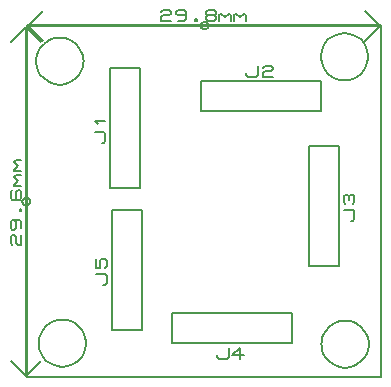
<source format=gbr>
G04 PROTEUS GERBER X2 FILE*
%TF.GenerationSoftware,Labcenter,Proteus,8.12-SP2-Build31155*%
%TF.CreationDate,2022-11-22T16:10:00+00:00*%
%TF.FileFunction,Legend,Top*%
%TF.FilePolarity,Positive*%
%TF.Part,Single*%
%TF.SameCoordinates,{c16a8dad-42be-4f3a-a876-1634d5cf0ecb}*%
%FSLAX45Y45*%
%MOMM*%
G01*
%TA.AperFunction,Material*%
%ADD19C,0.203200*%
%TA.AperFunction,Profile*%
%ADD14C,0.203200*%
%TA.AperFunction,NonMaterial*%
%ADD15C,0.203200*%
%TD.AperFunction*%
D19*
X-3467460Y+722500D02*
X-3213460Y+722500D01*
X-3213460Y+1738500D01*
X-3467460Y+1738500D01*
X-3467460Y+722500D01*
X-3538580Y+1103500D02*
X-3523340Y+1103500D01*
X-3508100Y+1119375D01*
X-3508100Y+1182875D01*
X-3523340Y+1198750D01*
X-3599540Y+1198750D01*
X-3569060Y+1262250D02*
X-3599540Y+1294000D01*
X-3508100Y+1294000D01*
D14*
X-4173220Y-872240D02*
X-1177400Y-872240D01*
X-1177400Y+2100300D01*
X-4173220Y+2100300D01*
X-4173220Y-872240D01*
X-3693980Y+1798520D02*
X-3694640Y+1814759D01*
X-3700005Y+1847239D01*
X-3711205Y+1879719D01*
X-3729429Y+1912199D01*
X-3757296Y+1944525D01*
X-3789776Y+1969229D01*
X-3822256Y+1985217D01*
X-3854736Y+1994632D01*
X-3887216Y+1998406D01*
X-3893980Y+1998520D01*
X-4093980Y+1798520D02*
X-4093320Y+1814759D01*
X-4087955Y+1847239D01*
X-4076755Y+1879719D01*
X-4058531Y+1912199D01*
X-4030664Y+1944525D01*
X-3998184Y+1969229D01*
X-3965704Y+1985217D01*
X-3933224Y+1994632D01*
X-3900744Y+1998406D01*
X-3893980Y+1998520D01*
X-4093980Y+1798520D02*
X-4093320Y+1782281D01*
X-4087955Y+1749801D01*
X-4076755Y+1717321D01*
X-4058531Y+1684841D01*
X-4030664Y+1652515D01*
X-3998184Y+1627811D01*
X-3965704Y+1611823D01*
X-3933224Y+1602408D01*
X-3900744Y+1598634D01*
X-3893980Y+1598520D01*
X-3693980Y+1798520D02*
X-3694640Y+1782281D01*
X-3700005Y+1749801D01*
X-3711205Y+1717321D01*
X-3729429Y+1684841D01*
X-3757296Y+1652515D01*
X-3789776Y+1627811D01*
X-3822256Y+1611823D01*
X-3854736Y+1602408D01*
X-3887216Y+1598634D01*
X-3893980Y+1598520D01*
X-1284580Y+1835660D02*
X-1285240Y+1851899D01*
X-1290605Y+1884379D01*
X-1301805Y+1916859D01*
X-1320029Y+1949339D01*
X-1347896Y+1981665D01*
X-1380376Y+2006369D01*
X-1412856Y+2022357D01*
X-1445336Y+2031772D01*
X-1477816Y+2035546D01*
X-1484580Y+2035660D01*
X-1684580Y+1835660D02*
X-1683920Y+1851899D01*
X-1678555Y+1884379D01*
X-1667355Y+1916859D01*
X-1649131Y+1949339D01*
X-1621264Y+1981665D01*
X-1588784Y+2006369D01*
X-1556304Y+2022357D01*
X-1523824Y+2031772D01*
X-1491344Y+2035546D01*
X-1484580Y+2035660D01*
X-1684580Y+1835660D02*
X-1683920Y+1819421D01*
X-1678555Y+1786941D01*
X-1667355Y+1754461D01*
X-1649131Y+1721981D01*
X-1621264Y+1689655D01*
X-1588784Y+1664951D01*
X-1556304Y+1648963D01*
X-1523824Y+1639548D01*
X-1491344Y+1635774D01*
X-1484580Y+1635660D01*
X-1284580Y+1835660D02*
X-1285240Y+1819421D01*
X-1290605Y+1786941D01*
X-1301805Y+1754461D01*
X-1320029Y+1721981D01*
X-1347896Y+1689655D01*
X-1380376Y+1664951D01*
X-1412856Y+1648963D01*
X-1445336Y+1639548D01*
X-1477816Y+1635774D01*
X-1484580Y+1635660D01*
X-3673980Y-590780D02*
X-3674640Y-574541D01*
X-3680005Y-542061D01*
X-3691205Y-509581D01*
X-3709429Y-477101D01*
X-3737296Y-444775D01*
X-3769776Y-420071D01*
X-3802256Y-404083D01*
X-3834736Y-394668D01*
X-3867216Y-390894D01*
X-3873980Y-390780D01*
X-4073980Y-590780D02*
X-4073320Y-574541D01*
X-4067955Y-542061D01*
X-4056755Y-509581D01*
X-4038531Y-477101D01*
X-4010664Y-444775D01*
X-3978184Y-420071D01*
X-3945704Y-404083D01*
X-3913224Y-394668D01*
X-3880744Y-390894D01*
X-3873980Y-390780D01*
X-4073980Y-590780D02*
X-4073320Y-607019D01*
X-4067955Y-639499D01*
X-4056755Y-671979D01*
X-4038531Y-704459D01*
X-4010664Y-736785D01*
X-3978184Y-761489D01*
X-3945704Y-777477D01*
X-3913224Y-786892D01*
X-3880744Y-790666D01*
X-3873980Y-790780D01*
X-3673980Y-590780D02*
X-3674640Y-607019D01*
X-3680005Y-639499D01*
X-3691205Y-671979D01*
X-3709429Y-704459D01*
X-3737296Y-736785D01*
X-3769776Y-761489D01*
X-3802256Y-777477D01*
X-3834736Y-786892D01*
X-3867216Y-790666D01*
X-3873980Y-790780D01*
X-1279660Y-598400D02*
X-1280320Y-582161D01*
X-1285685Y-549681D01*
X-1296885Y-517201D01*
X-1315109Y-484721D01*
X-1342976Y-452395D01*
X-1375456Y-427691D01*
X-1407936Y-411703D01*
X-1440416Y-402288D01*
X-1472896Y-398514D01*
X-1479660Y-398400D01*
X-1679660Y-598400D02*
X-1679000Y-582161D01*
X-1673635Y-549681D01*
X-1662435Y-517201D01*
X-1644211Y-484721D01*
X-1616344Y-452395D01*
X-1583864Y-427691D01*
X-1551384Y-411703D01*
X-1518904Y-402288D01*
X-1486424Y-398514D01*
X-1479660Y-398400D01*
X-1679660Y-598400D02*
X-1679000Y-614639D01*
X-1673635Y-647119D01*
X-1662435Y-679599D01*
X-1644211Y-712079D01*
X-1616344Y-744405D01*
X-1583864Y-769109D01*
X-1551384Y-785097D01*
X-1518904Y-794512D01*
X-1486424Y-798286D01*
X-1479660Y-798400D01*
X-1279660Y-598400D02*
X-1280320Y-614639D01*
X-1285685Y-647119D01*
X-1296885Y-679599D01*
X-1315109Y-712079D01*
X-1342976Y-744405D01*
X-1375456Y-769109D01*
X-1407936Y-785097D01*
X-1440416Y-794512D01*
X-1472896Y-798286D01*
X-1479660Y-798400D01*
D19*
X-2697000Y+1373000D02*
X-1681000Y+1373000D01*
X-1681000Y+1627000D01*
X-2697000Y+1627000D01*
X-2697000Y+1373000D01*
X-2316000Y+1698120D02*
X-2316000Y+1682880D01*
X-2300125Y+1667640D01*
X-2236625Y+1667640D01*
X-2220750Y+1682880D01*
X-2220750Y+1759080D01*
X-2173125Y+1743840D02*
X-2157250Y+1759080D01*
X-2109625Y+1759080D01*
X-2093750Y+1743840D01*
X-2093750Y+1728600D01*
X-2109625Y+1713360D01*
X-2157250Y+1713360D01*
X-2173125Y+1698120D01*
X-2173125Y+1667640D01*
X-2093750Y+1667640D01*
X-1787000Y+65000D02*
X-1533000Y+65000D01*
X-1533000Y+1081000D01*
X-1787000Y+1081000D01*
X-1787000Y+65000D01*
X-1431400Y+446000D02*
X-1416160Y+446000D01*
X-1400920Y+461875D01*
X-1400920Y+525375D01*
X-1416160Y+541250D01*
X-1492360Y+541250D01*
X-1477120Y+588875D02*
X-1492360Y+604750D01*
X-1492360Y+652375D01*
X-1477120Y+668250D01*
X-1461880Y+668250D01*
X-1446640Y+652375D01*
X-1431400Y+668250D01*
X-1416160Y+668250D01*
X-1400920Y+652375D01*
X-1400920Y+604750D01*
X-1416160Y+588875D01*
X-1446640Y+620625D02*
X-1446640Y+652375D01*
X-2941779Y-591619D02*
X-1925779Y-591619D01*
X-1925779Y-337619D01*
X-2941779Y-337619D01*
X-2941779Y-591619D01*
X-2560779Y-693219D02*
X-2560779Y-708459D01*
X-2544904Y-723699D01*
X-2481404Y-723699D01*
X-2465529Y-708459D01*
X-2465529Y-632259D01*
X-2338529Y-693219D02*
X-2433779Y-693219D01*
X-2370279Y-632259D01*
X-2370279Y-723699D01*
X-3457000Y-477000D02*
X-3203000Y-477000D01*
X-3203000Y+539000D01*
X-3457000Y+539000D01*
X-3457000Y-477000D01*
X-3528120Y-96000D02*
X-3512880Y-96000D01*
X-3497640Y-80125D01*
X-3497640Y-16625D01*
X-3512880Y-750D01*
X-3589080Y-750D01*
X-3589080Y+126250D02*
X-3589080Y+46875D01*
X-3558600Y+46875D01*
X-3558600Y+110375D01*
X-3543360Y+126250D01*
X-3512880Y+126250D01*
X-3497640Y+110375D01*
X-3497640Y+62750D01*
X-3512880Y+46875D01*
D15*
X-4180000Y-870000D02*
X-4180000Y+2090000D01*
X-4180000Y-870000D02*
X-4053000Y-743000D01*
X-4180000Y-870000D02*
X-4307000Y-743000D01*
X-4180000Y+2090000D02*
X-4307000Y+1963000D01*
X-4180000Y+2090000D02*
X-4053000Y+1963000D01*
X-4148250Y+610000D02*
X-4148359Y+612634D01*
X-4149249Y+617903D01*
X-4151111Y+623172D01*
X-4154154Y+628441D01*
X-4158809Y+633643D01*
X-4164078Y+637469D01*
X-4169347Y+639909D01*
X-4174616Y+641290D01*
X-4179885Y+641750D01*
X-4180000Y+641750D01*
X-4211750Y+610000D02*
X-4211641Y+612634D01*
X-4210751Y+617903D01*
X-4208889Y+623172D01*
X-4205846Y+628441D01*
X-4201191Y+633643D01*
X-4195922Y+637469D01*
X-4190653Y+639909D01*
X-4185384Y+641290D01*
X-4180115Y+641750D01*
X-4180000Y+641750D01*
X-4211750Y+610000D02*
X-4211641Y+607366D01*
X-4210751Y+602097D01*
X-4208889Y+596828D01*
X-4205846Y+591559D01*
X-4201191Y+586357D01*
X-4195922Y+582531D01*
X-4190653Y+580091D01*
X-4185384Y+578710D01*
X-4180115Y+578250D01*
X-4180000Y+578250D01*
X-4148250Y+610000D02*
X-4148359Y+607366D01*
X-4149249Y+602097D01*
X-4151111Y+596828D01*
X-4154154Y+591559D01*
X-4158809Y+586357D01*
X-4164078Y+582531D01*
X-4169347Y+580091D01*
X-4174616Y+578710D01*
X-4179885Y+578250D01*
X-4180000Y+578250D01*
X-4296840Y+244875D02*
X-4312080Y+260750D01*
X-4312080Y+308375D01*
X-4296840Y+324250D01*
X-4281600Y+324250D01*
X-4266360Y+308375D01*
X-4266360Y+260750D01*
X-4251120Y+244875D01*
X-4220640Y+244875D01*
X-4220640Y+324250D01*
X-4281600Y+451250D02*
X-4266360Y+435375D01*
X-4266360Y+387750D01*
X-4281600Y+371875D01*
X-4296840Y+371875D01*
X-4312080Y+387750D01*
X-4312080Y+435375D01*
X-4296840Y+451250D01*
X-4235880Y+451250D01*
X-4220640Y+435375D01*
X-4220640Y+387750D01*
X-4235880Y+530625D02*
X-4235880Y+546500D01*
X-4220640Y+546500D01*
X-4220640Y+530625D01*
X-4235880Y+530625D01*
X-4296840Y+705250D02*
X-4312080Y+689375D01*
X-4312080Y+641750D01*
X-4296840Y+625875D01*
X-4235880Y+625875D01*
X-4220640Y+641750D01*
X-4220640Y+689375D01*
X-4235880Y+705250D01*
X-4251120Y+705250D01*
X-4266360Y+689375D01*
X-4266360Y+625875D01*
X-4220640Y+737000D02*
X-4281600Y+737000D01*
X-4266360Y+737000D02*
X-4281600Y+752875D01*
X-4251120Y+784625D01*
X-4281600Y+816375D01*
X-4266360Y+832250D01*
X-4220640Y+832250D01*
X-4220640Y+864000D02*
X-4281600Y+864000D01*
X-4266360Y+864000D02*
X-4281600Y+879875D01*
X-4251120Y+911625D01*
X-4281600Y+943375D01*
X-4266360Y+959250D01*
X-4220640Y+959250D01*
X-1180000Y+2100000D02*
X-4160000Y+2100000D01*
X-1180000Y+2100000D02*
X-1307000Y+2227000D01*
X-1180000Y+2100000D02*
X-1307000Y+1973000D01*
X-4160000Y+2100000D02*
X-4033000Y+1973000D01*
X-4160000Y+2100000D02*
X-4033000Y+2227000D01*
X-2638250Y+2100000D02*
X-2638359Y+2102634D01*
X-2639249Y+2107903D01*
X-2641111Y+2113172D01*
X-2644154Y+2118441D01*
X-2648809Y+2123643D01*
X-2654078Y+2127469D01*
X-2659347Y+2129909D01*
X-2664616Y+2131290D01*
X-2669885Y+2131750D01*
X-2670000Y+2131750D01*
X-2701750Y+2100000D02*
X-2701641Y+2102634D01*
X-2700751Y+2107903D01*
X-2698889Y+2113172D01*
X-2695846Y+2118441D01*
X-2691191Y+2123643D01*
X-2685922Y+2127469D01*
X-2680653Y+2129909D01*
X-2675384Y+2131290D01*
X-2670115Y+2131750D01*
X-2670000Y+2131750D01*
X-2701750Y+2100000D02*
X-2701641Y+2097366D01*
X-2700751Y+2092097D01*
X-2698889Y+2086828D01*
X-2695846Y+2081559D01*
X-2691191Y+2076357D01*
X-2685922Y+2072531D01*
X-2680653Y+2070091D01*
X-2675384Y+2068710D01*
X-2670115Y+2068250D01*
X-2670000Y+2068250D01*
X-2638250Y+2100000D02*
X-2638359Y+2097366D01*
X-2639249Y+2092097D01*
X-2641111Y+2086828D01*
X-2644154Y+2081559D01*
X-2648809Y+2076357D01*
X-2654078Y+2072531D01*
X-2659347Y+2070091D01*
X-2664616Y+2068710D01*
X-2669885Y+2068250D01*
X-2670000Y+2068250D01*
X-3035125Y+2216840D02*
X-3019250Y+2232080D01*
X-2971625Y+2232080D01*
X-2955750Y+2216840D01*
X-2955750Y+2201600D01*
X-2971625Y+2186360D01*
X-3019250Y+2186360D01*
X-3035125Y+2171120D01*
X-3035125Y+2140640D01*
X-2955750Y+2140640D01*
X-2828750Y+2201600D02*
X-2844625Y+2186360D01*
X-2892250Y+2186360D01*
X-2908125Y+2201600D01*
X-2908125Y+2216840D01*
X-2892250Y+2232080D01*
X-2844625Y+2232080D01*
X-2828750Y+2216840D01*
X-2828750Y+2155880D01*
X-2844625Y+2140640D01*
X-2892250Y+2140640D01*
X-2749375Y+2155880D02*
X-2733500Y+2155880D01*
X-2733500Y+2140640D01*
X-2749375Y+2140640D01*
X-2749375Y+2155880D01*
X-2638250Y+2186360D02*
X-2654125Y+2201600D01*
X-2654125Y+2216840D01*
X-2638250Y+2232080D01*
X-2590625Y+2232080D01*
X-2574750Y+2216840D01*
X-2574750Y+2201600D01*
X-2590625Y+2186360D01*
X-2638250Y+2186360D01*
X-2654125Y+2171120D01*
X-2654125Y+2155880D01*
X-2638250Y+2140640D01*
X-2590625Y+2140640D01*
X-2574750Y+2155880D01*
X-2574750Y+2171120D01*
X-2590625Y+2186360D01*
X-2543000Y+2140640D02*
X-2543000Y+2201600D01*
X-2543000Y+2186360D02*
X-2527125Y+2201600D01*
X-2495375Y+2171120D01*
X-2463625Y+2201600D01*
X-2447750Y+2186360D01*
X-2447750Y+2140640D01*
X-2416000Y+2140640D02*
X-2416000Y+2201600D01*
X-2416000Y+2186360D02*
X-2400125Y+2201600D01*
X-2368375Y+2171120D01*
X-2336625Y+2201600D01*
X-2320750Y+2186360D01*
X-2320750Y+2140640D01*
M02*

</source>
